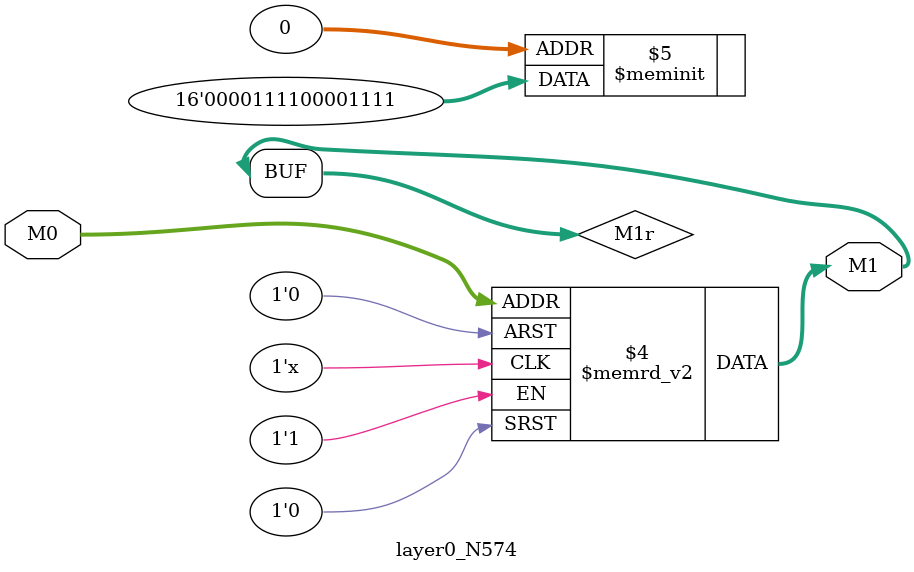
<source format=v>
module layer0_N574 ( input [2:0] M0, output [1:0] M1 );

	(*rom_style = "distributed" *) reg [1:0] M1r;
	assign M1 = M1r;
	always @ (M0) begin
		case (M0)
			3'b000: M1r = 2'b11;
			3'b100: M1r = 2'b11;
			3'b010: M1r = 2'b00;
			3'b110: M1r = 2'b00;
			3'b001: M1r = 2'b11;
			3'b101: M1r = 2'b11;
			3'b011: M1r = 2'b00;
			3'b111: M1r = 2'b00;

		endcase
	end
endmodule

</source>
